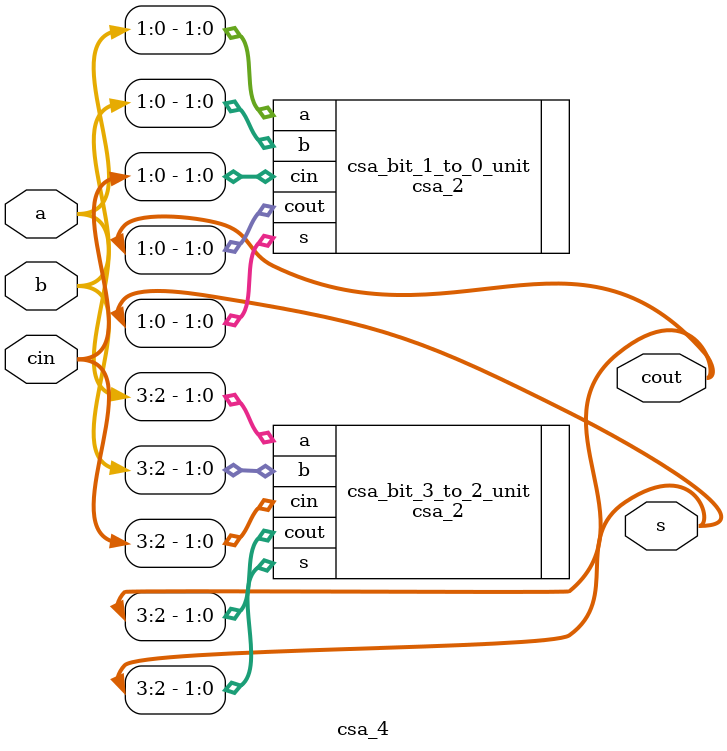
<source format=v>

module csa_4
(
    input wire [3:0] a,b,cin,
    output wire [3:0] s, cout
);

//instantiate 2 csa_2 modules (2 2 bit csa's)

csa_2 csa_bit_1_to_0_unit
(.a(a[1:0]), .b(b[1:0]), .cin(cin[1:0]), .s(s[1:0]), .cout(cout[1:0]));

csa_2 csa_bit_3_to_2_unit
(.a(a[3:2]), .b(b[3:2]), .cin(cin[3:2]), .s(s[3:2]), .cout(cout[3:2]));

endmodule


</source>
